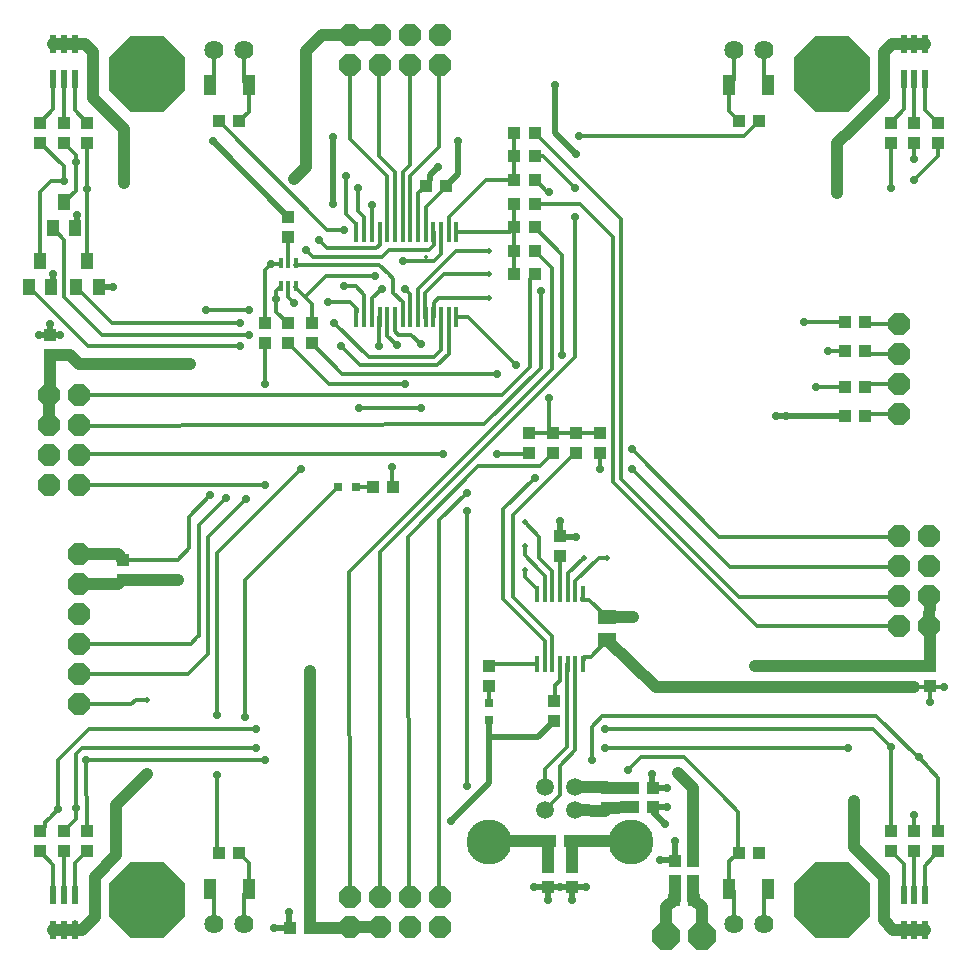
<source format=gbr>
G04 --- HEADER BEGIN --- *
%TF.GenerationSoftware,LibrePCB,LibrePCB,0.1.0*%
%TF.CreationDate,2017-11-17T17:15:03*%
%TF.ProjectId,Dancepad - Dancepad,5234ce1f-a5e1-4fe4-82c5-c527dd5c2ef1,v1*%
%TF.Part,Single*%
%FSLAX66Y66*%
%MOMM*%
G01*
G74*
G04 --- HEADER END --- *
G04 --- APERTURE LIST BEGIN --- *
%ADD10R,1.1X1.0*%
%ADD11R,1.0X1.1*%
%ADD12P,7.0X8X22.5*%
%ADD13C,1.6256*%
%ADD14C,0.5*%
%ADD15P,2.0X8X112.5*%
%ADD16R,1.0X1.7*%
%ADD17R,0.5X1.6*%
%ADD18R,0.45X1.75*%
%ADD19P,2.54X8X22.5*%
%ADD20R,0.8X0.8*%
%ADD21P,2.0X8X292.5*%
%ADD22R,1.0X1.4*%
%ADD23P,2.0X8X22.5*%
%ADD24P,2.0X8X202.5*%
%ADD25R,0.45X1.45*%
%ADD26R,0.45X0.9*%
%ADD27P,2.0X8X-67.5*%
%ADD28C,3.8*%
%ADD29C,1.5*%
%ADD30R,1.5X1.3*%
%ADD31C,0.7*%
%ADD32C,0.3*%
%ADD33C,1.0*%
G04 --- APERTURE LIST END --- *
G04 --- BOARD BEGIN --- *
D10*
X4000000Y10850000D03*
X4000000Y9150000D03*
X74000000Y10850000D03*
X74000000Y9150000D03*
X36350000Y65500000D03*
X34650000Y65500000D03*
D11*
X77300000Y23150000D03*
X77300000Y24850000D03*
X43850000Y60000000D03*
X42150000Y60000000D03*
D12*
X69000000Y75000000D03*
D10*
X2000000Y69150000D03*
X2000000Y70850000D03*
D12*
X11000000Y5000000D03*
D10*
X76000000Y69150000D03*
X76000000Y70850000D03*
D13*
X19270000Y3000000D03*
X16730000Y3000000D03*
D10*
X23150000Y2700000D03*
X24850000Y2700000D03*
D11*
X53850000Y12900000D03*
X52150000Y12900000D03*
D14*
X50000000Y34000000D03*
D10*
X49400000Y42850000D03*
X49400000Y44550000D03*
D15*
X74730000Y51270000D03*
X74730000Y53810000D03*
X74730000Y46190000D03*
X74730000Y48730000D03*
D10*
X6000000Y10850000D03*
X6000000Y9150000D03*
D11*
X18850000Y71000000D03*
X17150000Y71000000D03*
D10*
X40000000Y24850000D03*
X40000000Y23150000D03*
D15*
X74730000Y33270000D03*
X74730000Y30730000D03*
X77270000Y33270000D03*
X77270000Y28190000D03*
X74730000Y28190000D03*
X74730000Y35810000D03*
X77270000Y35810000D03*
X77270000Y30730000D03*
D11*
X71850000Y48500000D03*
X70150000Y48500000D03*
D10*
X21000000Y52150000D03*
X21000000Y53850000D03*
D14*
X43000000Y33000000D03*
D10*
X9000000Y33850000D03*
X9000000Y32150000D03*
X76000000Y10850000D03*
X76000000Y9150000D03*
D11*
X50000000Y12850000D03*
X50000000Y14550000D03*
D10*
X74000000Y69150000D03*
X74000000Y70850000D03*
D16*
X16350000Y6000000D03*
X19650000Y6000000D03*
D17*
X4900000Y5475000D03*
X4000000Y2525000D03*
X3100000Y5475000D03*
X4900000Y2525000D03*
X4000000Y5475000D03*
X3100000Y2525000D03*
D10*
X78000000Y69150000D03*
X78000000Y70850000D03*
D17*
X76900000Y5475000D03*
X76000000Y2525000D03*
X75100000Y5475000D03*
X76900000Y2525000D03*
X76000000Y5475000D03*
X75100000Y2525000D03*
D18*
X34625000Y61600000D03*
X32675000Y54400000D03*
X32675000Y61600000D03*
X36575000Y61600000D03*
X33975000Y54400000D03*
X28775000Y61600000D03*
X30725000Y54400000D03*
X32025000Y61600000D03*
X29425000Y61600000D03*
X30075000Y54400000D03*
X33975000Y61600000D03*
X34625000Y54400000D03*
X32025000Y54400000D03*
X31375000Y61600000D03*
X37225000Y54400000D03*
X30725000Y61600000D03*
X29425000Y54400000D03*
X35275000Y54400000D03*
X35925000Y54400000D03*
X37225000Y61600000D03*
X35275000Y61600000D03*
X36575000Y54400000D03*
X33325000Y61600000D03*
X28775000Y54400000D03*
X35925000Y61600000D03*
X33325000Y54400000D03*
X30075000Y61600000D03*
X31375000Y54400000D03*
D19*
X58000000Y2000000D03*
D10*
X4000000Y69150000D03*
X4000000Y70850000D03*
D11*
X61150000Y71000000D03*
X62850000Y71000000D03*
D20*
X27250000Y40000000D03*
X28750000Y40000000D03*
D11*
X42150000Y62000000D03*
X43850000Y62000000D03*
D10*
X46000000Y34150000D03*
X46000000Y35850000D03*
D14*
X40000000Y56000000D03*
D10*
X2000000Y10850000D03*
X2000000Y9150000D03*
D11*
X43850000Y70000000D03*
X42150000Y70000000D03*
D21*
X5270000Y29270000D03*
X5270000Y24190000D03*
X5270000Y26730000D03*
X5270000Y34350000D03*
X5270000Y31810000D03*
X5270000Y21650000D03*
D13*
X60730000Y77000000D03*
X63270000Y77000000D03*
D11*
X71850000Y46000000D03*
X70150000Y46000000D03*
X71850000Y51500000D03*
X70150000Y51500000D03*
D10*
X78000000Y10850000D03*
X78000000Y9150000D03*
X23000000Y52150000D03*
X23000000Y53850000D03*
D22*
X2000000Y59100000D03*
X1050000Y56900000D03*
X2950000Y56900000D03*
D10*
X43400000Y42850000D03*
X43400000Y44550000D03*
X55700000Y6650000D03*
X55700000Y8350000D03*
D11*
X18850000Y9000000D03*
X17150000Y9000000D03*
X43850000Y64000000D03*
X42150000Y64000000D03*
D10*
X47400000Y44550000D03*
X47400000Y42850000D03*
D13*
X60730000Y3000000D03*
X63270000Y3000000D03*
D14*
X43000000Y35000000D03*
D11*
X31850000Y40000000D03*
X30150000Y40000000D03*
D10*
X25000000Y52150000D03*
X25000000Y53850000D03*
D11*
X43850000Y58000000D03*
X42150000Y58000000D03*
D10*
X6000000Y69150000D03*
X6000000Y70850000D03*
D14*
X40000000Y60000000D03*
D10*
X47000000Y6150000D03*
X47000000Y7850000D03*
X55650000Y5000000D03*
X57350000Y5000000D03*
D11*
X52150000Y14500000D03*
X53850000Y14500000D03*
D10*
X45400000Y42850000D03*
X45400000Y44550000D03*
D22*
X6000000Y59100000D03*
X5050000Y56900000D03*
X6950000Y56900000D03*
D13*
X19270000Y77000000D03*
X16730000Y77000000D03*
D11*
X45500000Y21850000D03*
X45500000Y20150000D03*
D17*
X75100000Y74525000D03*
X76000000Y77475000D03*
X76900000Y74525000D03*
X75100000Y77475000D03*
X76000000Y74525000D03*
X76900000Y77475000D03*
D14*
X40000000Y58000000D03*
D16*
X63650000Y74000000D03*
X60350000Y74000000D03*
D19*
X55000000Y2000000D03*
D11*
X43850000Y66000000D03*
X42150000Y66000000D03*
D17*
X3100000Y74525000D03*
X4000000Y77475000D03*
X4900000Y74525000D03*
X3100000Y77475000D03*
X4000000Y74525000D03*
X4900000Y77475000D03*
D14*
X43000000Y37000000D03*
D23*
X33270000Y5270000D03*
X30730000Y5270000D03*
X33270000Y2730000D03*
X28190000Y2730000D03*
X28190000Y5270000D03*
X35810000Y5270000D03*
X35810000Y2730000D03*
X30730000Y2730000D03*
D12*
X69000000Y5000000D03*
D11*
X61150000Y9000000D03*
X62850000Y9000000D03*
D24*
X33270000Y75730000D03*
X30730000Y75730000D03*
X33270000Y78270000D03*
X28190000Y78270000D03*
X28190000Y75730000D03*
X35810000Y75730000D03*
X35810000Y78270000D03*
X30730000Y78270000D03*
D25*
X46000000Y25050000D03*
X44050000Y30950000D03*
X47950000Y25050000D03*
X47300000Y30950000D03*
X45350000Y25050000D03*
X47300000Y25050000D03*
X46650000Y25050000D03*
X44700000Y30950000D03*
X46000000Y30950000D03*
X44050000Y25050000D03*
X45350000Y30950000D03*
X47950000Y30950000D03*
X44700000Y25050000D03*
X46650000Y30950000D03*
D26*
X23000000Y57050000D03*
X22350000Y58950000D03*
X23650000Y58950000D03*
X23000000Y58950000D03*
X22350000Y57050000D03*
X23650000Y57050000D03*
D16*
X63650000Y6000000D03*
X60350000Y6000000D03*
D27*
X5270000Y42730000D03*
X5270000Y45270000D03*
X2730000Y42730000D03*
X2730000Y47810000D03*
X5270000Y47810000D03*
X5270000Y40190000D03*
X2730000Y40190000D03*
X2730000Y45270000D03*
D20*
X40000000Y20250000D03*
X40000000Y21750000D03*
D12*
X11000000Y75000000D03*
D10*
X57300000Y6650000D03*
X57300000Y8350000D03*
D11*
X45150000Y10000000D03*
X46850000Y10000000D03*
X2800000Y52850000D03*
X2800000Y51150000D03*
X23000000Y62850000D03*
X23000000Y61150000D03*
X71850000Y54000000D03*
X70150000Y54000000D03*
D14*
X11000000Y22000000D03*
X48000000Y34000000D03*
D22*
X4000000Y64100000D03*
X3050000Y61900000D03*
X4950000Y61900000D03*
D28*
X39980000Y9900000D03*
D29*
X44750000Y12610000D03*
X47250000Y14610000D03*
D28*
X52020000Y9900000D03*
D29*
X44750000Y14610000D03*
X47250000Y12610000D03*
D16*
X16350000Y74000000D03*
X19650000Y74000000D03*
D10*
X45000000Y6150000D03*
X45000000Y7850000D03*
D11*
X43850000Y68000000D03*
X42150000Y68000000D03*
D30*
X50000000Y27050000D03*
X50000000Y28950000D03*
D31*
X46200000Y51200000D03*
X45100000Y65000000D03*
X47300000Y62900000D03*
X47300000Y65300000D03*
X45100000Y47500000D03*
X40700000Y42800000D03*
X36100000Y42800000D03*
X49400000Y41500000D03*
X52100000Y41500000D03*
X44400000Y56600000D03*
X42300000Y50300000D03*
X23500000Y55600000D03*
X21500000Y58900000D03*
X22000000Y55900000D03*
X30300000Y57900000D03*
X25600000Y60900000D03*
X24500000Y60100000D03*
X32700000Y59100000D03*
X21000000Y48700000D03*
X21000000Y40200000D03*
X32900000Y48700000D03*
X38100000Y39500000D03*
X40700000Y49600000D03*
X52100000Y43200000D03*
X74000000Y65300000D03*
X76000000Y67800000D03*
X76000000Y66000000D03*
X74000000Y18000000D03*
X76000000Y12200000D03*
X76400000Y17100000D03*
X66700000Y54000000D03*
X68700000Y51500000D03*
X67700000Y48500000D03*
X3500000Y12700000D03*
X5000000Y12800000D03*
X5900000Y16900000D03*
X4000000Y65900000D03*
X5000000Y67500000D03*
X6000000Y65200000D03*
X18900000Y53900000D03*
X18900000Y51900000D03*
X19700000Y52900000D03*
X27500000Y51900000D03*
X30100000Y63900000D03*
X26900000Y53900000D03*
X21000000Y16900000D03*
X20300000Y17900000D03*
X20300000Y19500000D03*
X49800000Y19500000D03*
X49800000Y17900000D03*
X48700000Y16900000D03*
X70400000Y17900000D03*
X27700000Y57000000D03*
X27700000Y61800000D03*
X30900000Y56800000D03*
X47600000Y69700000D03*
X30700000Y51900000D03*
X38100000Y38000000D03*
X38100000Y14700000D03*
X51800000Y16000000D03*
X17000000Y15600000D03*
X17000000Y20700000D03*
X24100000Y41500000D03*
X32200000Y52000000D03*
X31800000Y41700000D03*
X29000000Y46700000D03*
X34200000Y46700000D03*
X34200000Y52100000D03*
X43900000Y40800000D03*
X76000000Y23100000D03*
X77300000Y21800000D03*
X78500000Y23100000D03*
X19400000Y39000000D03*
X28900000Y65300000D03*
X17700000Y39100000D03*
X27900000Y66300000D03*
X16400000Y39300000D03*
X16000000Y55000000D03*
X19700000Y55000000D03*
X26400000Y55700000D03*
X55700000Y10000000D03*
X54500000Y8400000D03*
X55100000Y12900000D03*
X54900000Y11500000D03*
X46000000Y6100000D03*
X45000000Y5000000D03*
X47000000Y5000000D03*
X48200000Y6100000D03*
X43800000Y6100000D03*
X55100000Y14500000D03*
X53800000Y15700000D03*
X37400000Y69300000D03*
X35700000Y67100000D03*
X19300000Y20500000D03*
X36800000Y11700000D03*
X26800000Y64000000D03*
X26800000Y69600000D03*
X32900000Y56800000D03*
X47400000Y68200000D03*
X45600000Y74000000D03*
X23100000Y4000000D03*
X21800000Y2700000D03*
X12900000Y32100000D03*
X13700000Y32100000D03*
X16600000Y69300000D03*
X1900000Y52900000D03*
X2800000Y53800000D03*
X3700000Y52900000D03*
X8200000Y56900000D03*
X5100000Y63000000D03*
X3100000Y58000000D03*
X65000000Y24900000D03*
X63800000Y24900000D03*
X62600000Y24900000D03*
X24800000Y23400000D03*
X24800000Y22500000D03*
X24800000Y24300000D03*
X12800000Y50400000D03*
X13700000Y50400000D03*
X14600000Y50400000D03*
X9100000Y66500000D03*
X9100000Y67300000D03*
X69500000Y64900000D03*
X69500000Y65700000D03*
X69500000Y66500000D03*
X70900000Y13300000D03*
X70900000Y12500000D03*
X70900000Y11700000D03*
X9100000Y65700000D03*
X11000000Y15700000D03*
X10400000Y15100000D03*
X9800000Y14500000D03*
X56000000Y15800000D03*
X56600000Y15200000D03*
X57200000Y14600000D03*
X51300000Y29000000D03*
X52100000Y29000000D03*
X47400000Y35800000D03*
X46000000Y37100000D03*
X23500000Y66100000D03*
X24000000Y66600000D03*
X24500000Y67100000D03*
X64300000Y46000000D03*
X65100000Y46000000D03*
D32*
X32025000Y66675000D02*
X30700000Y68000000D01*
X30700000Y68000000D02*
X30700000Y75700000D01*
X30700000Y75700000D02*
X30730000Y75730000D01*
X31375000Y66325000D02*
X28200000Y69500000D01*
X28200000Y69500000D02*
X28200000Y75700000D01*
X28200000Y75700000D02*
X28190000Y75730000D01*
X32675000Y66675000D02*
X33300000Y67300000D01*
X33300000Y67300000D02*
X33300000Y75700000D01*
X33300000Y75700000D02*
X33270000Y75730000D01*
X33325000Y66325000D02*
X35800000Y68800000D01*
X35800000Y68800000D02*
X35800000Y75700000D01*
X35800000Y75700000D02*
X35810000Y75730000D01*
X41800000Y61600000D02*
X41800000Y61600000D01*
X42150000Y60000000D02*
X42150000Y58000000D01*
X42150000Y62000000D02*
X41800000Y61600000D01*
X42150000Y62000000D02*
X42150000Y60000000D01*
X42150000Y62000000D02*
X42150000Y64000000D01*
X43850000Y64000000D02*
X47700000Y64000000D01*
X74700000Y28200000D02*
X74730000Y28190000D01*
X43850000Y60000000D02*
X45300000Y58550000D01*
X45300000Y58550000D02*
X45300000Y50000000D01*
X45300000Y50000000D02*
X28100000Y32800000D01*
X28100000Y32800000D02*
X28190000Y5270000D01*
X41100000Y47800000D02*
X5300000Y47800000D01*
X5300000Y47800000D02*
X5270000Y47810000D01*
X36575000Y62875000D02*
X39700000Y66000000D01*
X39700000Y66000000D02*
X39700000Y66000000D01*
X39700000Y66000000D02*
X42150000Y66000000D01*
X42150000Y68000000D02*
X42150000Y66000000D01*
X42150000Y70000000D02*
X42150000Y68000000D01*
X51200000Y40700000D02*
X61200000Y30700000D01*
X61200000Y30700000D02*
X61200000Y30700000D01*
X61200000Y30700000D02*
X74700000Y30700000D01*
X74700000Y30700000D02*
X74730000Y30730000D01*
X30730000Y5270000D02*
X30730000Y34430000D01*
X30730000Y34430000D02*
X30800000Y34500000D01*
X30800000Y34500000D02*
X47300000Y51000000D01*
X47300000Y51000000D02*
X47300000Y62900000D01*
X43850000Y68000000D02*
X44600000Y68000000D01*
X44600000Y68000000D02*
X47300000Y65300000D01*
X39600000Y45300000D02*
X5300000Y45200000D01*
X5300000Y45200000D02*
X5300000Y45200000D01*
X5300000Y45200000D02*
X5270000Y45270000D01*
X47400000Y44550000D02*
X49400000Y44550000D01*
X45100000Y47500000D02*
X45100000Y44700000D01*
X45100000Y44700000D02*
X45400000Y44550000D01*
X45400000Y44550000D02*
X43400000Y44550000D01*
X45400000Y44550000D02*
X47400000Y44550000D01*
X43400000Y42850000D02*
X43350000Y42800000D01*
X43350000Y42800000D02*
X40700000Y42800000D01*
X5300000Y42800000D02*
X36100000Y42800000D01*
X5300000Y42800000D02*
X5270000Y42730000D01*
X45400000Y42850000D02*
X44350000Y41800000D01*
X44350000Y41800000D02*
X39100000Y41800000D01*
X39100000Y41800000D02*
X39100000Y41800000D01*
X39100000Y41800000D02*
X33100000Y35800000D01*
X33100000Y35800000D02*
X33200000Y5300000D01*
X33200000Y5300000D02*
X33270000Y5270000D01*
X47400000Y42850000D02*
X47250000Y42850000D01*
X47250000Y42850000D02*
X42000000Y37600000D01*
X42000000Y37600000D02*
X42000000Y30700000D01*
X42000000Y30700000D02*
X45300000Y27400000D01*
X45300000Y25100000D02*
X45300000Y27400000D01*
X45350000Y25050000D02*
X45300000Y25100000D01*
X49400000Y42800000D02*
X49400000Y41500000D01*
X49400000Y42800000D02*
X49400000Y42850000D01*
X43850000Y62000000D02*
X46200000Y59650000D01*
X46200000Y59650000D02*
X46200000Y51200000D01*
X43850000Y58000000D02*
X43500000Y57650000D01*
X43500000Y57650000D02*
X43500000Y50200000D01*
X43500000Y50200000D02*
X41100000Y47800000D01*
X39600000Y45300000D02*
X44400000Y50100000D01*
X44400000Y50100000D02*
X44400000Y56600000D01*
X42300000Y50300000D02*
X38200000Y54400000D01*
X21000000Y53850000D02*
X21000000Y58400000D01*
X21000000Y58400000D02*
X21500000Y58900000D01*
X22300000Y58900000D02*
X21500000Y58900000D01*
X22350000Y58950000D02*
X22300000Y58900000D01*
X25000000Y53850000D02*
X25000000Y55500000D01*
X23600000Y56900000D02*
X23600000Y56900000D01*
X23600000Y56900000D02*
X23650000Y57050000D01*
X23000000Y57050000D02*
X23000000Y56100000D01*
X23000000Y56100000D02*
X23500000Y55600000D01*
X23000000Y61150000D02*
X23000000Y58950000D01*
X24500000Y60100000D02*
X25100000Y59500000D01*
X34700000Y59500000D02*
X34700000Y59500000D01*
X30725000Y60525000D02*
X30400000Y60200000D01*
X30400000Y60200000D02*
X26300000Y60200000D01*
X26300000Y60200000D02*
X25600000Y60900000D01*
X23650000Y58950000D02*
X23600000Y58800000D01*
X23600000Y58800000D02*
X25400000Y58800000D01*
X30700000Y58800000D02*
X25400000Y58800000D01*
X35300000Y59100000D02*
X32700000Y59100000D01*
X35300000Y59100000D02*
X35925000Y59725000D01*
X30300000Y57900000D02*
X26200000Y57900000D01*
X26200000Y57900000D02*
X24400000Y56100000D01*
X25000000Y55500000D02*
X24400000Y56100000D01*
X24400000Y56100000D02*
X23600000Y56900000D01*
X21000000Y48700000D02*
X21000000Y52150000D01*
X21000000Y40200000D02*
X21000000Y40200000D01*
X21000000Y40200000D02*
X5300000Y40200000D01*
X5300000Y40200000D02*
X5270000Y40190000D01*
X23000000Y52150000D02*
X26450000Y48700000D01*
X26450000Y48700000D02*
X32900000Y48700000D01*
X38100000Y39500000D02*
X35800000Y37200000D01*
X35810000Y5270000D02*
X35800000Y5280000D01*
X35800000Y5280000D02*
X35800000Y5300000D01*
X35800000Y5300000D02*
X35800000Y37200000D01*
X25000000Y52150000D02*
X27550000Y49600000D01*
X27550000Y49600000D02*
X40700000Y49600000D01*
X47700000Y64000000D02*
X50500000Y61200000D01*
X50500000Y61200000D02*
X50500000Y40400000D01*
X50500000Y40400000D02*
X62700000Y28200000D01*
X62700000Y28200000D02*
X62700000Y28200000D01*
X62700000Y28200000D02*
X74700000Y28200000D01*
X43850000Y70000000D02*
X51200000Y62650000D01*
X51200000Y62650000D02*
X51200000Y62500000D01*
X51200000Y62500000D02*
X51200000Y40700000D01*
X52100000Y41500000D02*
X60400000Y33200000D01*
X60400000Y33200000D02*
X74700000Y33200000D01*
X74700000Y33200000D02*
X74730000Y33270000D01*
X74730000Y35810000D02*
X74720000Y35800000D01*
X74720000Y35800000D02*
X74700000Y35800000D01*
X74700000Y35800000D02*
X59500000Y35800000D01*
X59500000Y35800000D02*
X52100000Y43200000D01*
X3100000Y72000000D02*
X2000000Y70850000D01*
X4900000Y71900000D02*
X6000000Y70850000D01*
X75100000Y74525000D02*
X75100000Y72000000D01*
X75100000Y72000000D02*
X74000000Y70850000D01*
X76000000Y70850000D02*
X76000000Y74525000D01*
X76900000Y74525000D02*
X76900000Y71900000D01*
X76900000Y71900000D02*
X78000000Y70850000D01*
X76000000Y9150000D02*
X76000000Y5475000D01*
X75100000Y5475000D02*
X75100000Y8100000D01*
X75100000Y8100000D02*
X74000000Y9150000D01*
X76900000Y5475000D02*
X76900000Y7900000D01*
X76900000Y7900000D02*
X78000000Y9150000D01*
X4000000Y7900000D02*
X4000000Y9150000D01*
X4900000Y8200000D02*
X6000000Y9150000D01*
X3100000Y8000000D02*
X2000000Y9150000D01*
X19270000Y3000000D02*
X19270000Y5570000D01*
X19270000Y5570000D02*
X19650000Y6000000D01*
X19650000Y6000000D02*
X19650000Y8150000D01*
X19650000Y8150000D02*
X18850000Y9000000D01*
X60730000Y3000000D02*
X60730000Y5770000D01*
X60730000Y5770000D02*
X60350000Y6000000D01*
X60350000Y6000000D02*
X60350000Y8350000D01*
X60350000Y8350000D02*
X61150000Y9000000D01*
X60350000Y71850000D02*
X61150000Y71000000D01*
X60730000Y77000000D02*
X60730000Y74430000D01*
X60730000Y74430000D02*
X60350000Y74000000D01*
X60350000Y74000000D02*
X60350000Y71850000D01*
X19270000Y77000000D02*
X19270000Y74330000D01*
X19270000Y74330000D02*
X19650000Y74000000D01*
X19650000Y74000000D02*
X19650000Y71750000D01*
X19650000Y71750000D02*
X18850000Y71000000D01*
X74730000Y46190000D02*
X71890000Y46190000D01*
X71890000Y46190000D02*
X71850000Y46000000D01*
X74730000Y53810000D02*
X71890000Y53810000D01*
X71890000Y53810000D02*
X71850000Y54000000D01*
X74730000Y51270000D02*
X71930000Y51270000D01*
X71930000Y51270000D02*
X71850000Y51500000D01*
X74730000Y48730000D02*
X71830000Y48730000D01*
X71830000Y48730000D02*
X71850000Y48500000D01*
X78000000Y68800000D02*
X78000000Y69150000D01*
X76000000Y67800000D02*
X76000000Y69150000D01*
X74000000Y68800000D02*
X74000000Y69150000D01*
X76000000Y12200000D02*
X76000000Y10850000D01*
X74000000Y68800000D02*
X74000000Y65300000D01*
X66800000Y54000000D02*
X70150000Y54000000D01*
X68700000Y51500000D02*
X70150000Y51500000D01*
X67700000Y48500000D02*
X70150000Y48500000D01*
X5900000Y16900000D02*
X6000000Y10850000D01*
X44750000Y12610000D02*
X46000000Y13960000D01*
X46000000Y13960000D02*
X46000000Y16400000D01*
X46000000Y16400000D02*
X47300000Y17700000D01*
X47300000Y17700000D02*
X47300000Y25050000D01*
X44750000Y14610000D02*
X44750000Y16150000D01*
X44750000Y16150000D02*
X46600000Y18000000D01*
X46600000Y25000000D02*
X46600000Y18000000D01*
X46600000Y25000000D02*
X46650000Y25050000D01*
X6000000Y65200000D02*
X6000000Y59100000D01*
X6000000Y65200000D02*
X6000000Y69150000D01*
X3050000Y61900000D02*
X4000000Y60950000D01*
X4000000Y60950000D02*
X4000000Y56100000D01*
X4000000Y56100000D02*
X7200000Y52900000D01*
X7200000Y52900000D02*
X19700000Y52900000D01*
X5050000Y56900000D02*
X8050000Y53900000D01*
X8050000Y53900000D02*
X18900000Y53900000D01*
X1050000Y56900000D02*
X6050000Y51900000D01*
X6050000Y51900000D02*
X18900000Y51900000D01*
X30100000Y61600000D02*
X30100000Y63900000D01*
X27500000Y51900000D02*
X29100000Y50300000D01*
X29100000Y50300000D02*
X29100000Y50300000D01*
X29100000Y50300000D02*
X35600000Y50300000D01*
X35600000Y50300000D02*
X36600000Y51300000D01*
X36600000Y54400000D02*
X36600000Y51300000D01*
X26900000Y53900000D02*
X29800000Y51000000D01*
X29800000Y51000000D02*
X31600000Y51000000D01*
X31600000Y51000000D02*
X35300000Y51000000D01*
X35300000Y51000000D02*
X35900000Y51600000D01*
X35900000Y54400000D02*
X35900000Y51600000D01*
X40000000Y60000000D02*
X37200000Y60000000D01*
X37200000Y60000000D02*
X34000000Y56800000D01*
X34000000Y56800000D02*
X34000000Y54400000D01*
X40000000Y58000000D02*
X36200000Y58000000D01*
X36200000Y58000000D02*
X34600000Y56400000D01*
X34600000Y56400000D02*
X34600000Y56400000D01*
X34600000Y56400000D02*
X34600000Y54300000D01*
X34600000Y54300000D02*
X34600000Y54300000D01*
X40000000Y56000000D02*
X35700000Y56000000D01*
X35700000Y56000000D02*
X35300000Y55600000D01*
X35300000Y54400000D02*
X35300000Y55600000D01*
X21000000Y16900000D02*
X5900000Y16900000D01*
X5000000Y17400000D02*
X5500000Y17900000D01*
X5500000Y17900000D02*
X5500000Y17900000D01*
X5500000Y17900000D02*
X20400000Y17900000D01*
X3500000Y16900000D02*
X6100000Y19500000D01*
X6100000Y19500000D02*
X6100000Y19500000D01*
X6100000Y19500000D02*
X20400000Y19500000D01*
X49800000Y19500000D02*
X72500000Y19500000D01*
X72500000Y19500000D02*
X74000000Y18000000D01*
X74000000Y18000000D02*
X74000000Y10850000D01*
X48700000Y16900000D02*
X48700000Y19700000D01*
X48700000Y19700000D02*
X49600000Y20600000D01*
X49600000Y20600000D02*
X72800000Y20600000D01*
X72800000Y20600000D02*
X76200000Y17200000D01*
X70400000Y17900000D02*
X49800000Y17900000D01*
D33*
X50000000Y12850000D02*
X52150000Y12900000D01*
X50000000Y14550000D02*
X52150000Y14500000D01*
X49800000Y12600000D02*
X50000000Y12850000D01*
X47250000Y12610000D02*
X49800000Y12600000D01*
X49900000Y14600000D02*
X50000000Y14550000D01*
X47250000Y14610000D02*
X49900000Y14600000D01*
X55000000Y2000000D02*
X55000000Y4400000D01*
X58000000Y2000000D02*
X58000000Y4400000D01*
X55700000Y5000000D02*
X55700000Y6650000D01*
X55650000Y5000000D02*
X55700000Y5000000D01*
X55650000Y5000000D02*
X55000000Y4400000D01*
X57300000Y5000000D02*
X57300000Y6650000D01*
X57350000Y5000000D02*
X57300000Y5000000D01*
X57350000Y5000000D02*
X58000000Y4400000D01*
X9000000Y33850000D02*
X8600000Y34300000D01*
X5300000Y34300000D02*
X8600000Y34300000D01*
X5270000Y34350000D02*
X5300000Y34300000D01*
D32*
X11000000Y22000000D02*
X10100000Y22000000D01*
X10100000Y22000000D02*
X9700000Y21600000D01*
X5270000Y21650000D02*
X5320000Y21600000D01*
X5320000Y21600000D02*
X5300000Y21600000D01*
X5300000Y21600000D02*
X9700000Y21600000D01*
D33*
X77270000Y30730000D02*
X77300000Y30700000D01*
X2730000Y47810000D02*
X2800000Y47800000D01*
X2730000Y47810000D02*
X2730000Y45270000D01*
X77270000Y28190000D02*
X77300000Y28200000D01*
X77270000Y28190000D02*
X77300000Y30700000D01*
X28190000Y2730000D02*
X28200000Y2700000D01*
X28190000Y2730000D02*
X30730000Y2730000D01*
D32*
X46000000Y34150000D02*
X46000000Y30950000D01*
X46000000Y25050000D02*
X46000000Y23600000D01*
X46000000Y23600000D02*
X45600000Y23200000D01*
X45600000Y22000000D02*
X45600000Y23200000D01*
X45600000Y22000000D02*
X45700000Y22100000D01*
X45700000Y22100000D02*
X45500000Y21850000D01*
X48600000Y25600000D02*
X48000000Y25600000D01*
X48000000Y25600000D02*
X47950000Y25050000D01*
X48500000Y30400000D02*
X48500000Y30400000D01*
X48500000Y30400000D02*
X47900000Y30400000D01*
X47900000Y30400000D02*
X47900000Y30400000D01*
X47900000Y30400000D02*
X47950000Y30950000D01*
X47300000Y30950000D02*
X47300000Y32000000D01*
X47300000Y32000000D02*
X49300000Y34000000D01*
X49300000Y34000000D02*
X49300000Y34000000D01*
X49300000Y34000000D02*
X50000000Y34000000D01*
X46650000Y30950000D02*
X46650000Y32650000D01*
X46650000Y32650000D02*
X46700000Y32700000D01*
X46700000Y32700000D02*
X46700000Y32700000D01*
X46700000Y32700000D02*
X48000000Y34000000D01*
X44050000Y30950000D02*
X44050000Y31350000D01*
X44050000Y31350000D02*
X43000000Y32400000D01*
X43000000Y33000000D02*
X43000000Y32400000D01*
X43000000Y35000000D02*
X43000000Y34200000D01*
X43000000Y34200000D02*
X44200000Y33000000D01*
X44200000Y33000000D02*
X44700000Y32500000D01*
X44700000Y32500000D02*
X44700000Y30950000D01*
X45350000Y30950000D02*
X45350000Y32850000D01*
X45350000Y32850000D02*
X44200000Y34000000D01*
X44200000Y34000000D02*
X44200000Y35800000D01*
X44200000Y35800000D02*
X43000000Y37000000D01*
X29425000Y56275000D02*
X28700000Y57000000D01*
X27800000Y57000000D02*
X28700000Y57000000D01*
X27700000Y61800000D02*
X27700000Y61800000D01*
X27700000Y61800000D02*
X26300000Y61800000D01*
X17150000Y71000000D02*
X26300000Y61800000D01*
X30075000Y55975000D02*
X30900000Y56800000D01*
X47600000Y69700000D02*
X61600000Y69700000D01*
X61600000Y69700000D02*
X62850000Y71000000D01*
X30700000Y54400000D02*
X30700000Y51900000D01*
X38100000Y14700000D02*
X38100000Y38000000D01*
X17150000Y9000000D02*
X17000000Y9150000D01*
X17000000Y9150000D02*
X17000000Y15600000D01*
X17000000Y20700000D02*
X17000000Y34400000D01*
X17000000Y34400000D02*
X24100000Y41500000D01*
X32200000Y52000000D02*
X31400000Y52800000D01*
X31400000Y52800000D02*
X31400000Y54400000D01*
X31400000Y54400000D02*
X31400000Y54500000D01*
X28750000Y40000000D02*
X30100000Y40000000D01*
X30100000Y40000000D02*
X30100000Y40000000D01*
X30100000Y40000000D02*
X30150000Y40000000D01*
X30150000Y40000000D02*
X30050000Y39900000D01*
X31850000Y40000000D02*
X31800000Y40050000D01*
X31800000Y40050000D02*
X31800000Y41700000D01*
X34200000Y46700000D02*
X29000000Y46700000D01*
X32025000Y53175000D02*
X32300000Y52900000D01*
X32300000Y52900000D02*
X33400000Y52900000D01*
X33400000Y52900000D02*
X34200000Y52100000D01*
X44700000Y25050000D02*
X44700000Y27000000D01*
X44700000Y27000000D02*
X44700000Y27000000D01*
X44700000Y27000000D02*
X41200000Y30500000D01*
X41200000Y30500000D02*
X41200000Y30500000D01*
X41200000Y30500000D02*
X41200000Y38100000D01*
X41200000Y38100000D02*
X43900000Y40800000D01*
X40000000Y23150000D02*
X40000000Y21750000D01*
X4000000Y5475000D02*
X4000000Y7900000D01*
X3100000Y5475000D02*
X3100000Y8000000D01*
X4900000Y5475000D02*
X4900000Y8200000D01*
X4900000Y2525000D02*
X4900000Y3200000D01*
X78000000Y68800000D02*
X78000000Y68000000D01*
X78000000Y68000000D02*
X76000000Y66000000D01*
X78000000Y10850000D02*
X78000000Y15400000D01*
X78000000Y15400000D02*
X76400000Y17100000D01*
X76400000Y17100000D02*
X76200000Y17200000D01*
X4000000Y10850000D02*
X5000000Y11850000D01*
X5000000Y11850000D02*
X5000000Y12800000D01*
X5000000Y12800000D02*
X5000000Y17400000D01*
X3500000Y12700000D02*
X3500000Y16900000D01*
X4000000Y69150000D02*
X5000000Y68150000D01*
X4000000Y64100000D02*
X5000000Y65100000D01*
X5000000Y65100000D02*
X5000000Y67500000D01*
X5000000Y67500000D02*
X5000000Y68150000D01*
X2000000Y69150000D02*
X4000000Y67150000D01*
X4000000Y67150000D02*
X4000000Y65900000D01*
X4000000Y65900000D02*
X2900000Y65900000D01*
X2900000Y65900000D02*
X2000000Y65000000D01*
X2000000Y59100000D02*
X2000000Y65000000D01*
X5270000Y24190000D02*
X14490000Y24190000D01*
X14490000Y24190000D02*
X16200000Y25900000D01*
X16200000Y25900000D02*
X16200000Y35800000D01*
X16200000Y35800000D02*
X19400000Y39000000D01*
X29425000Y62875000D02*
X28900000Y63400000D01*
X28900000Y65300000D02*
X28900000Y63400000D01*
X5270000Y26730000D02*
X14730000Y26730000D01*
X14730000Y26730000D02*
X15300000Y27300000D01*
X15300000Y27300000D02*
X15400000Y27400000D01*
X15400000Y27400000D02*
X15400000Y35200000D01*
X15400000Y35200000D02*
X15400000Y36800000D01*
X15400000Y36800000D02*
X17700000Y39100000D01*
X28775000Y62225000D02*
X27900000Y63100000D01*
X27900000Y66300000D02*
X27900000Y63100000D01*
X9000000Y33850000D02*
X10750000Y33850000D01*
X10750000Y33850000D02*
X13650000Y33850000D01*
X13650000Y33850000D02*
X14600000Y34800000D01*
X14600000Y34800000D02*
X14600000Y37500000D01*
X14600000Y37500000D02*
X16400000Y39300000D01*
X19700000Y55000000D02*
X16000000Y55000000D01*
X26400000Y55700000D02*
X28200000Y55700000D01*
X28200000Y55700000D02*
X28500000Y55400000D01*
X28500000Y55400000D02*
X28800000Y55100000D01*
X23000000Y53850000D02*
X22000000Y54850000D01*
X22000000Y54850000D02*
X22000000Y55900000D01*
X22000000Y56600000D02*
X22000000Y55900000D01*
X22000000Y56600000D02*
X22300000Y56900000D01*
X22300000Y56900000D02*
X22300000Y56900000D01*
X22300000Y56900000D02*
X22350000Y57050000D01*
D14*
X55700000Y8400000D02*
X54500000Y8400000D01*
X55700000Y8350000D02*
X55700000Y9900000D01*
X55700000Y8350000D02*
X55700000Y8400000D01*
X54900000Y11500000D02*
X53900000Y12500000D01*
X53900000Y12500000D02*
X53850000Y12900000D01*
X53850000Y12900000D02*
X55100000Y12900000D01*
X45000000Y6100000D02*
X46000000Y6100000D01*
X45000000Y6150000D02*
X45000000Y6100000D01*
X45000000Y6150000D02*
X43800000Y6100000D01*
X45000000Y6150000D02*
X45000000Y5000000D01*
X47000000Y6100000D02*
X46000000Y6100000D01*
X47000000Y6150000D02*
X48200000Y6100000D01*
X47000000Y6150000D02*
X47000000Y5000000D01*
X47000000Y6150000D02*
X47000000Y6100000D01*
D32*
X51800000Y16000000D02*
X52900000Y17100000D01*
X52900000Y17100000D02*
X55000000Y17100000D01*
X55000000Y17100000D02*
X56500000Y17100000D01*
X56500000Y17100000D02*
X59700000Y13900000D01*
X59700000Y13900000D02*
X61100000Y12500000D01*
X61100000Y9100000D02*
X61100000Y12500000D01*
D14*
X53800000Y15700000D02*
X53800000Y14500000D01*
X53800000Y14500000D02*
X53850000Y14500000D01*
X53850000Y14500000D02*
X55100000Y14500000D01*
X37400000Y69300000D02*
X37400000Y66500000D01*
D32*
X36400000Y65500000D02*
X34625000Y63725000D01*
X36350000Y65500000D02*
X36400000Y65500000D01*
D14*
X36350000Y65500000D02*
X37400000Y66500000D01*
X35700000Y67100000D02*
X35000000Y66400000D01*
X35000000Y66400000D02*
X35000000Y66000000D01*
X34600000Y65700000D02*
X34650000Y65500000D01*
D32*
X34650000Y65500000D02*
X33975000Y64875000D01*
D14*
X35000000Y66000000D02*
X34650000Y65500000D01*
X34650000Y65500000D02*
X34600000Y65700000D01*
D32*
X40000000Y24850000D02*
X40000000Y25000000D01*
X40000000Y25000000D02*
X44100000Y25000000D01*
X44100000Y25000000D02*
X44050000Y25050000D01*
X19300000Y20500000D02*
X19300000Y32100000D01*
X19300000Y32100000D02*
X27250000Y40000000D01*
D14*
X26800000Y64000000D02*
X26800000Y69600000D01*
D32*
X32675000Y55625000D02*
X31900000Y56400000D01*
X31900000Y56400000D02*
X31900000Y56500000D01*
X31900000Y56500000D02*
X31900000Y57100000D01*
X31900000Y57100000D02*
X31900000Y57600000D01*
X31900000Y57600000D02*
X31500000Y58000000D01*
X30700000Y58800000D02*
X31500000Y58000000D01*
X25100000Y59500000D02*
X30900000Y59500000D01*
X30900000Y59500000D02*
X31500000Y60100000D01*
X31500000Y60100000D02*
X34900000Y60100000D01*
X34900000Y60100000D02*
X35300000Y60500000D01*
X35300000Y60500000D02*
X35300000Y61600000D01*
X31400000Y54500000D02*
X31375000Y54400000D01*
X30075000Y61600000D02*
X30100000Y61600000D01*
X33325000Y54400000D02*
X33325000Y56375000D01*
X35925000Y61600000D02*
X35925000Y59725000D01*
X28800000Y55100000D02*
X28775000Y54400000D01*
X33325000Y61600000D02*
X33325000Y66325000D01*
X36575000Y54400000D02*
X36600000Y54400000D01*
X35300000Y61600000D02*
X35275000Y61600000D01*
X37225000Y61600000D02*
X41800000Y61600000D01*
X35925000Y54400000D02*
X35900000Y54400000D01*
X35275000Y54400000D02*
X35300000Y54400000D01*
X29425000Y54400000D02*
X29425000Y56275000D01*
X30725000Y61600000D02*
X30725000Y60525000D01*
X38200000Y54400000D02*
X37225000Y54400000D01*
X31375000Y61600000D02*
X31375000Y66325000D01*
X32025000Y54400000D02*
X32025000Y53175000D01*
X34600000Y54300000D02*
X34625000Y54400000D01*
X33975000Y61600000D02*
X33975000Y64875000D01*
X30075000Y54400000D02*
X30075000Y55975000D01*
X29425000Y61600000D02*
X29425000Y62875000D01*
X32025000Y61600000D02*
X32025000Y66675000D01*
X30725000Y54400000D02*
X30700000Y54400000D01*
X28775000Y61600000D02*
X28775000Y62225000D01*
X34000000Y54400000D02*
X33975000Y54400000D01*
X36575000Y61600000D02*
X36575000Y62875000D01*
X32675000Y61600000D02*
X32675000Y66675000D01*
X32675000Y54400000D02*
X32675000Y55625000D01*
X34625000Y61600000D02*
X34625000Y63725000D01*
X33325000Y56375000D02*
X32900000Y56800000D01*
X43850000Y66000000D02*
X44000000Y66000000D01*
X44000000Y66000000D02*
X44900000Y65000000D01*
X45100000Y65000000D02*
X44900000Y65000000D01*
D14*
X47400000Y68200000D02*
X45600000Y70000000D01*
X45600000Y70000000D02*
X45600000Y74000000D01*
X40000000Y14900000D02*
X36800000Y11700000D01*
X45500000Y20150000D02*
X44150000Y18800000D01*
X44150000Y18800000D02*
X40000000Y18800000D01*
X40000000Y20250000D02*
X40000000Y18800000D01*
X40000000Y18800000D02*
X40000000Y14900000D01*
X23100000Y2700000D02*
X21800000Y2700000D01*
X23100000Y2700000D02*
X23100000Y4000000D01*
X23150000Y2700000D02*
X23100000Y2700000D01*
X23150000Y2700000D02*
X23100000Y2700000D01*
D33*
X8600000Y31800000D02*
X5270000Y31810000D01*
X9000000Y32150000D02*
X13700000Y32100000D01*
X9000000Y32150000D02*
X8600000Y31800000D01*
D14*
X23000000Y62850000D02*
X23000000Y62900000D01*
X23000000Y62900000D02*
X16600000Y69300000D01*
X2800000Y52900000D02*
X3700000Y52900000D01*
X2800000Y52900000D02*
X1900000Y52900000D01*
X2800000Y52850000D02*
X2800000Y52900000D01*
X2800000Y52850000D02*
X2800000Y53800000D01*
X2800000Y52850000D02*
X2800000Y52900000D01*
X7000000Y56900000D02*
X8200000Y56900000D01*
X6950000Y56900000D02*
X7000000Y56900000D01*
X5100000Y61900000D02*
X5100000Y63000000D01*
X5100000Y61900000D02*
X5100000Y61900000D01*
X5100000Y61900000D02*
X5000000Y61900000D01*
X3100000Y58000000D02*
X3100000Y56700000D01*
X3000000Y56700000D02*
X3100000Y56700000D01*
D32*
X77300000Y21800000D02*
X77300000Y22800000D01*
X77200000Y23100000D02*
X78500000Y23100000D01*
X77200000Y23100000D02*
X76000000Y23100000D01*
X77300000Y23150000D02*
X77300000Y22800000D01*
X77300000Y23150000D02*
X77200000Y23100000D01*
X77300000Y23150000D02*
X77200000Y23100000D01*
X78500000Y23100000D02*
X78300000Y23100000D01*
D33*
X77300000Y24850000D02*
X77300000Y26600000D01*
X77300000Y26600000D02*
X77300000Y28200000D01*
X24850000Y2700000D02*
X28200000Y2700000D01*
X2800000Y51150000D02*
X2800000Y47800000D01*
D32*
X4000000Y70850000D02*
X4000000Y74525000D01*
X4900000Y74525000D02*
X4900000Y71900000D01*
X3100000Y74525000D02*
X3100000Y72000000D01*
X16700000Y76500000D02*
X16730000Y77000000D01*
X16700000Y76500000D02*
X16700000Y74300000D01*
X16700000Y74300000D02*
X16350000Y74000000D01*
X63650000Y74000000D02*
X63300000Y74350000D01*
X63300000Y74350000D02*
X63300000Y76900000D01*
X63300000Y76900000D02*
X63270000Y77000000D01*
X16350000Y6000000D02*
X16700000Y5650000D01*
X16700000Y5650000D02*
X16700000Y3100000D01*
X16700000Y3100000D02*
X16800000Y3000000D01*
X16800000Y3000000D02*
X16730000Y3000000D01*
X63650000Y6000000D02*
X63300000Y5650000D01*
X63300000Y5650000D02*
X63300000Y3100000D01*
X63300000Y3100000D02*
X63270000Y3000000D01*
D33*
X3100000Y77475000D02*
X5825000Y77475000D01*
X5825000Y77475000D02*
X6500000Y76800000D01*
X6500000Y76800000D02*
X6500000Y72900000D01*
X6500000Y72900000D02*
X9100000Y70300000D01*
X9100000Y65700000D02*
X9100000Y70300000D01*
D32*
X3500000Y12700000D02*
X2800000Y12000000D01*
X2400000Y11600000D02*
X2800000Y12000000D01*
X2400000Y11600000D02*
X2400000Y11200000D01*
X2400000Y11200000D02*
X2000000Y10850000D01*
D33*
X76900000Y77475000D02*
X74075000Y77475000D01*
X74075000Y77475000D02*
X73400000Y76800000D01*
X73400000Y76800000D02*
X73400000Y73000000D01*
X73400000Y73000000D02*
X70800000Y70400000D01*
X70800000Y70400000D02*
X69500000Y69100000D01*
X69500000Y69100000D02*
X69500000Y64900000D01*
X76900000Y2525000D02*
X74175000Y2525000D01*
X74175000Y2525000D02*
X73400000Y3300000D01*
X73400000Y3300000D02*
X73400000Y7000000D01*
X73400000Y7000000D02*
X70900000Y9500000D01*
X70900000Y13400000D02*
X70900000Y9500000D01*
X3100000Y2525000D02*
X5525000Y2525000D01*
X5525000Y2525000D02*
X6600000Y3600000D01*
X6600000Y3600000D02*
X6600000Y7000000D01*
X6600000Y7000000D02*
X8400000Y8800000D01*
X8400000Y8800000D02*
X8400000Y13100000D01*
X8400000Y13100000D02*
X11000000Y15700000D01*
X57300000Y8350000D02*
X57300000Y14500000D01*
X57300000Y14500000D02*
X56000000Y15800000D01*
X76000000Y23100000D02*
X54100000Y23100000D01*
X54100000Y23100000D02*
X50000000Y27050000D01*
D32*
X50000000Y27050000D02*
X48600000Y25600000D01*
D33*
X77300000Y24850000D02*
X62550000Y24850000D01*
D32*
X50000000Y28950000D02*
X48500000Y30400000D01*
D33*
X2800000Y51150000D02*
X4550000Y51150000D01*
X4550000Y51150000D02*
X5300000Y50400000D01*
X14700000Y50400000D02*
X5300000Y50400000D01*
X24800000Y24400000D02*
X24850000Y2700000D01*
X52200000Y29000000D02*
X50000000Y28950000D01*
X46850000Y10000000D02*
X47000000Y10000000D01*
X47000000Y10000000D02*
X47000000Y7850000D01*
X45150000Y10000000D02*
X45000000Y10000000D01*
X45000000Y10000000D02*
X45000000Y7850000D01*
X39900000Y10000000D02*
X45000000Y10000000D01*
X39900000Y10000000D02*
X39980000Y9900000D01*
X52020000Y9900000D02*
X52020000Y10000000D01*
X47000000Y10000000D02*
X47000000Y10000000D01*
X47000000Y10000000D02*
X52020000Y10000000D01*
D14*
X46000000Y37100000D02*
X46000000Y35850000D01*
X46000000Y35850000D02*
X46000000Y35800000D01*
X46000000Y35800000D02*
X47400000Y35800000D01*
D33*
X30730000Y78270000D02*
X25870000Y78270000D01*
X25870000Y78270000D02*
X24900000Y77300000D01*
X24900000Y77300000D02*
X24500000Y76900000D01*
X24500000Y76900000D02*
X24500000Y67100000D01*
X24500000Y67100000D02*
X23500000Y66100000D01*
D14*
X64300000Y46000000D02*
X70150000Y46000000D01*
G04 --- BOARD END --- *
%TF.MD5,4b0abb86c3c3b0e12916c6eb035b388f*%
M02*

</source>
